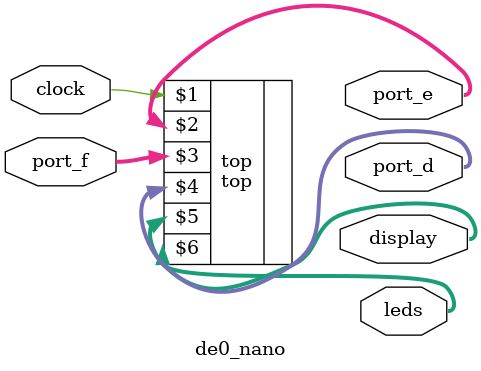
<source format=v>
module de0_nano
(
    input         clock,
    output [7: 0] port_e,
    input  [3: 0] port_f,
    output [3: 0] port_d,
    output [1:12] display,
    output [7: 0] leds
);


    top top (clock, port_e, port_f, port_d, display, leds);

endmodule

</source>
